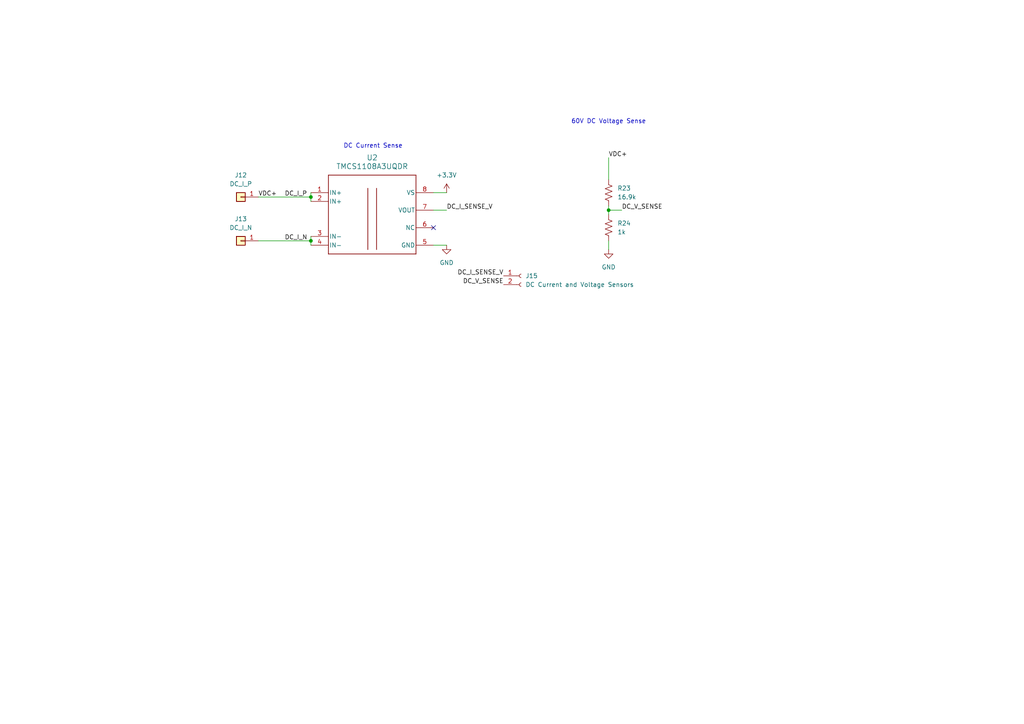
<source format=kicad_sch>
(kicad_sch (version 20231120) (generator "eeschema") (generator_version "8.0")
  (paper "A4")
  (title_block (title "DC Current and Voltage Sense"))
  (lib_symbols
    (symbol "Connector:Conn_01x02_Socket" (pin_names (offset 1.016) hide)
      (property "Reference" "J" (at 0 2.54 0))
      (property "Value" "Conn_01x02_Socket" (at 0 -5.08 0))
      (symbol "Conn_01x02_Socket_1_1"
        (arc (start 0 -2.032) (mid -0.5058 -2.54) (end 0 -3.048) (stroke (width 0.1524)))
        (polyline (pts (xy -1.27 -2.54) (xy -0.508 -2.54)) (stroke (width 0.1524)))
        (polyline (pts (xy -1.27 0) (xy -0.508 0)) (stroke (width 0.1524)))
        (arc (start 0 0.508) (mid -0.5058 0) (end 0 -0.508) (stroke (width 0.1524)))
        (pin passive line (at -5.08 0 0) (length 3.81) (name "Pin_1") (number "1"))
        (pin passive line (at -5.08 -2.54 0) (length 3.81) (name "Pin_2") (number "2"))
      )
    )
    (symbol "Connector_Generic:Conn_01x01" (pin_names (offset 1.016) hide)
      (property "Reference" "J" (at 0 2.54 0))
      (property "Value" "Conn_01x01" (at 0 -2.54 0))
      (symbol "Conn_01x01_1_1"
        (rectangle (start -1.27 0.127) (end 0 -0.127) (stroke (width 0.1524)))
        (rectangle (start -1.27 1.27) (end 1.27 -1.27) (stroke (width 0.254)) (fill (type background)))
        (pin passive line (at -5.08 0 0) (length 3.81) (name "Pin_1") (number "1"))
      )
    )
    (symbol "Device:R_US" (pin_numbers hide) (pin_names (offset 0))
      (property "Reference" "R" (at 2.54 0 90))
      (property "Value" "R_US" (at -2.54 0 90))
      (symbol "R_US_0_1"
        (polyline (pts (xy 0 -2.286) (xy 0 -2.54)))
        (polyline (pts (xy 0 2.286) (xy 0 2.54)))
        (polyline (pts (xy 0 -0.762) (xy 1.016 -1.143) (xy 0 -1.524) (xy -1.016 -1.905) (xy 0 -2.286)))
        (polyline (pts (xy 0 0.762) (xy 1.016 0.381) (xy 0 0) (xy -1.016 -0.381) (xy 0 -0.762)))
        (polyline (pts (xy 0 2.286) (xy 1.016 1.905) (xy 0 1.524) (xy -1.016 1.143) (xy 0 0.762)))
      )
      (symbol "R_US_1_1"
        (pin passive line (at 0 3.81 270) (length 1.27) (name "~") (number "1"))
        (pin passive line (at 0 -3.81 90) (length 1.27) (name "~") (number "2"))
      )
    )
    (symbol "TMCS1108A3UQDR:TMCS1108A3UQDR" (pin_names (offset 0.254))
      (property "Reference" "U" (at 0 2.54 0))
      (property "Value" "TMCS1108A3UQDR" (at 0 0 0))
      (symbol "TMCS1108A3UQDR_0_1"
        (polyline (pts (xy 5.08 -17.78) (xy 30.48 -17.78)) (stroke (width 0.2032)))
        (polyline (pts (xy 5.08 5.08) (xy 5.08 -17.78)) (stroke (width 0.2032)))
        (polyline (pts (xy 16.51 1.27) (xy 16.51 -16.51)) (stroke (width 0.2032)))
        (polyline (pts (xy 19.05 1.27) (xy 19.05 -16.51)) (stroke (width 0.2032)))
        (polyline (pts (xy 30.48 -17.78) (xy 30.48 5.08)) (stroke (width 0.2032)))
        (polyline (pts (xy 30.48 5.08) (xy 5.08 5.08)) (stroke (width 0.2032)))
        (pin unspecified line (at 0 0 0) (length 5.08) (name "IN+") (number "1"))
        (pin unspecified line (at 0 -2.54 0) (length 5.08) (name "IN+") (number "2"))
        (pin unspecified line (at 0 -12.7 0) (length 5.08) (name "IN-") (number "3"))
        (pin unspecified line (at 0 -15.24 0) (length 5.08) (name "IN-") (number "4"))
        (pin power_in line (at 35.56 -15.24 180) (length 5.08) (name "GND") (number "5"))
        (pin unspecified line (at 35.56 -10.16 180) (length 5.08) (name "NC") (number "6"))
        (pin unspecified line (at 35.56 -5.08 180) (length 5.08) (name "VOUT") (number "7"))
        (pin power_in line (at 35.56 0 180) (length 5.08) (name "VS") (number "8"))
      )
    )
    (symbol "power:+3.3VA" (power) (pin_numbers hide) (pin_names (offset 0) hide)
      (property "Value" "+3.3VA" (at 0 3.556 0))
      (symbol "+3.3VA_0_1"
        (polyline (pts (xy -0.762 1.27) (xy 0 2.54)))
        (polyline (pts (xy 0 0) (xy 0 2.54)))
        (polyline (pts (xy 0 2.54) (xy 0.762 1.27)))
      )
      (symbol "+3.3VA_1_1"
        (pin power_in line (at 0 0 90) (length 0) (name "~") (number "1"))
      )
    )
    (symbol "power:GND" (power) (pin_numbers hide) (pin_names (offset 0) hide)
      (property "Value" "GND" (at 0 -3.81 0))
      (symbol "GND_0_1"
        (polyline (pts (xy 0 0) (xy 0 -1.27) (xy 1.27 -1.27) (xy 0 -2.54) (xy -1.27 -1.27) (xy 0 -1.27)))
      )
      (symbol "GND_1_1"
        (pin power_in line (at 0 0 270) (length 0) (name "~") (number "1"))
      )
    )
  )
  (junction (at 90.17 57.15))
  (junction (at 90.17 69.85))
  (junction (at 176.53 60.96))
  (no_connect (at 125.73 66.04))
  (wire (pts (xy 90.17 68.58) (xy 90.17 69.85)))
  (wire (pts (xy 90.17 55.88) (xy 90.17 57.15)))
  (wire (pts (xy 74.93 57.15) (xy 90.17 57.15)))
  (wire (pts (xy 90.17 57.15) (xy 90.17 58.42)))
  (wire (pts (xy 90.17 69.85) (xy 90.17 71.12)))
  (wire (pts (xy 125.73 60.96) (xy 129.54 60.96)))
  (wire (pts (xy 176.53 59.69) (xy 176.53 60.96)))
  (wire (pts (xy 176.53 60.96) (xy 180.34 60.96)))
  (wire (pts (xy 176.53 69.85) (xy 176.53 72.39)))
  (wire (pts (xy 125.73 55.88) (xy 129.54 55.88)))
  (wire (pts (xy 74.93 69.85) (xy 90.17 69.85)))
  (wire (pts (xy 125.73 71.12) (xy 129.54 71.12)))
  (wire (pts (xy 176.53 60.96) (xy 176.53 62.23)))
  (wire (pts (xy 176.53 45.72) (xy 176.53 52.07)))
  (text "60V DC Voltage Sense" (at 176.53 35.306 0) (effects (font (size 1.27 1.27))))
  (text "DC Current Sense" (at 108.204 42.418 0) (effects (font (size 1.27 1.27))))
  (label "DC_V_SENSE" (at 146.05 82.55 180))
  (label "DC_I_SENSE_V" (at 129.54 60.96 0))
  (label "DC_I_N" (at 82.55 69.85 0))
  (label "DC_I_P" (at 82.55 57.15 0))
  (label "DC_I_SENSE_V" (at 146.05 80.01 180))
  (label "VDC+" (at 74.93 57.15 0))
  (label "DC_V_SENSE" (at 180.34 60.96 0))
  (label "VDC+" (at 176.53 45.72 0))
  (symbol (lib_id "Device:R_US") (at 176.53 55.88 0) (unit 1)
    (property "Reference" "R23" (at 179.07 54.6099 0) (effects (justify left)))
    (property "Value" "16.9k" (at 179.07 57.1499 0) (effects (justify left)))
    (property "Footprint" "Resistor_SMD:R_0805_2012Metric_Pad1.20x1.40mm_HandSolder" (effects (hide yes)))
    (property "Description" "Resistor, US symbol" (effects (hide yes)))
  )
  (symbol (lib_id "Device:R_US") (at 176.53 66.04 0) (unit 1)
    (property "Reference" "R24" (at 179.07 64.7699 0) (effects (justify left)))
    (property "Value" "1k" (at 179.07 67.3099 0) (effects (justify left)))
    (property "Footprint" "Resistor_SMD:R_0805_2012Metric_Pad1.20x1.40mm_HandSolder" (effects (hide yes)))
    (property "Description" "Resistor, US symbol" (effects (hide yes)))
  )
  (symbol (lib_id "Connector:Conn_01x02_Socket") (at 151.13 80.01 0) (unit 1)
    (property "Reference" "J15" (at 152.4 80.0099 0) (effects (justify left)))
    (property "Value" "DC Current and Voltage Sensors" (at 152.4 82.5499 0) (effects (justify left)))
    (property "Footprint" "Connector_PinHeader_2.54mm:PinHeader_1x02_P2.54mm_Vertical" (effects (hide yes)))
    (property "Description" "Generic connector, single row, 01x02, script generated" (effects (hide yes)))
  )
  (symbol (lib_id "TMCS1108A3UQDR:TMCS1108A3UQDR") (at 90.17 55.88 0) (unit 1)
    (property "Reference" "U2" (at 107.95 45.72 0) (effects (font (size 1.524 1.524))))
    (property "Value" "TMCS1108A3UQDR" (at 107.95 48.26 0) (effects (font (size 1.524 1.524))))
    (property "Footprint" "TMCS1108A3U:D0008A-IPC_A" (effects (hide yes)))
    (property "Datasheet" "TMCS1108A3UQDR" (effects (hide yes)))
  )
  (symbol (lib_id "Connector_Generic:Conn_01x01") (at 69.85 57.15 180) (unit 1)
    (property "Reference" "J12" (at 69.85 50.8 0))
    (property "Value" "DC_I_P" (at 69.85 53.34 0))
    (property "Footprint" "Connector:Banana_Jack_1Pin" (effects (hide yes)))
    (property "Description" "Generic connector, single row, 01x01, script generated (kicad-library-utils/schlib/autogen/connector/)" (effects (hide yes)))
  )
  (symbol (lib_id "power:GND") (at 176.53 72.39 0) (unit 1)
    (property "Reference" "#PWR022" (effects (hide yes)))
    (property "Value" "GND" (at 176.53 77.47 0))
    (property "Description" "Power symbol creates a global label with name \"GND\" , ground" (effects (hide yes)))
  )
  (symbol (lib_id "Connector_Generic:Conn_01x01") (at 69.85 69.85 180) (unit 1)
    (property "Reference" "J13" (at 69.85 63.5 0))
    (property "Value" "DC_I_N" (at 69.85 66.04 0))
    (property "Footprint" "Connector:Banana_Jack_1Pin" (effects (hide yes)))
    (property "Description" "Generic connector, single row, 01x01, script generated (kicad-library-utils/schlib/autogen/connector/)" (effects (hide yes)))
  )
  (symbol (lib_id "power:GND") (at 129.54 71.12 0) (unit 1)
    (property "Reference" "#PWR020" (effects (hide yes)))
    (property "Value" "GND" (at 129.54 76.2 0))
    (property "Description" "Power symbol creates a global label with name \"GND\" , ground" (effects (hide yes)))
  )
  (symbol (lib_id "power:+3.3VA") (at 129.54 55.88 0) (unit 1)
    (property "Reference" "#PWR019" (effects (hide yes)))
    (property "Value" "+3.3V" (at 129.54 50.8 0))
    (property "Description" "Power symbol creates a global label with name \"+3.3VA\"" (effects (hide yes)))
  )
)
</source>
